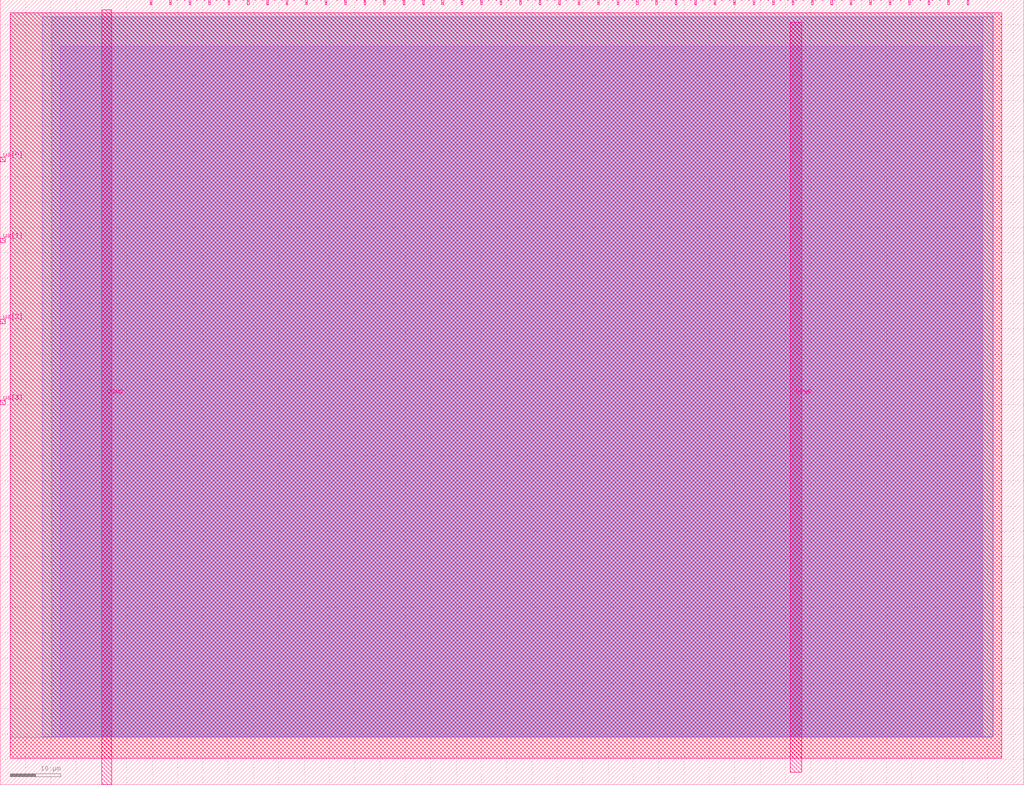
<source format=lef>
VERSION 5.7 ;
  NOWIREEXTENSIONATPIN ON ;
  DIVIDERCHAR "/" ;
  BUSBITCHARS "[]" ;
MACRO tt_um_urish_dickson_pump
  CLASS BLOCK ;
  FOREIGN tt_um_urish_dickson_pump ;
  ORIGIN 0.000 0.000 ;
  SIZE 202.080 BY 154.980 ;
  PIN clk
    ANTENNAGATEAREA 0.213200 ;
    PORT
      LAYER Metal5 ;
        RECT 187.050 153.980 187.350 154.980 ;
    END
  END clk
  PIN ena
    ANTENNAGATEAREA 0.180700 ;
    PORT
      LAYER Metal5 ;
        RECT 190.890 153.980 191.190 154.980 ;
    END
  END ena
  PIN rst_n
    ANTENNAGATEAREA 0.180700 ;
    PORT
      LAYER Metal5 ;
        RECT 183.210 153.980 183.510 154.980 ;
    END
  END rst_n
  PIN ui_in[0]
    ANTENNAGATEAREA 0.213200 ;
    PORT
      LAYER Metal5 ;
        RECT 179.370 153.980 179.670 154.980 ;
    END
  END ui_in[0]
  PIN ui_in[1]
    ANTENNAGATEAREA 0.213200 ;
    PORT
      LAYER Metal5 ;
        RECT 175.530 153.980 175.830 154.980 ;
    END
  END ui_in[1]
  PIN ui_in[2]
    ANTENNAGATEAREA 0.213200 ;
    PORT
      LAYER Metal5 ;
        RECT 171.690 153.980 171.990 154.980 ;
    END
  END ui_in[2]
  PIN ui_in[3]
    ANTENNAGATEAREA 0.213200 ;
    PORT
      LAYER Metal5 ;
        RECT 167.850 153.980 168.150 154.980 ;
    END
  END ui_in[3]
  PIN ui_in[4]
    ANTENNAGATEAREA 0.213200 ;
    PORT
      LAYER Metal5 ;
        RECT 164.010 153.980 164.310 154.980 ;
    END
  END ui_in[4]
  PIN ui_in[5]
    ANTENNAGATEAREA 0.213200 ;
    PORT
      LAYER Metal5 ;
        RECT 160.170 153.980 160.470 154.980 ;
    END
  END ui_in[5]
  PIN ui_in[6]
    ANTENNAGATEAREA 0.213200 ;
    PORT
      LAYER Metal5 ;
        RECT 156.330 153.980 156.630 154.980 ;
    END
  END ui_in[6]
  PIN ui_in[7]
    ANTENNAGATEAREA 0.213200 ;
    PORT
      LAYER Metal5 ;
        RECT 152.490 153.980 152.790 154.980 ;
    END
  END ui_in[7]
  PIN uio_in[0]
    PORT
      LAYER Metal5 ;
        RECT 148.650 153.980 148.950 154.980 ;
    END
  END uio_in[0]
  PIN uio_in[1]
    PORT
      LAYER Metal5 ;
        RECT 144.810 153.980 145.110 154.980 ;
    END
  END uio_in[1]
  PIN uio_in[2]
    PORT
      LAYER Metal5 ;
        RECT 140.970 153.980 141.270 154.980 ;
    END
  END uio_in[2]
  PIN uio_in[3]
    PORT
      LAYER Metal5 ;
        RECT 137.130 153.980 137.430 154.980 ;
    END
  END uio_in[3]
  PIN uio_in[4]
    PORT
      LAYER Metal5 ;
        RECT 133.290 153.980 133.590 154.980 ;
    END
  END uio_in[4]
  PIN uio_in[5]
    PORT
      LAYER Metal5 ;
        RECT 129.450 153.980 129.750 154.980 ;
    END
  END uio_in[5]
  PIN uio_in[6]
    PORT
      LAYER Metal5 ;
        RECT 125.610 153.980 125.910 154.980 ;
    END
  END uio_in[6]
  PIN uio_in[7]
    PORT
      LAYER Metal5 ;
        RECT 121.770 153.980 122.070 154.980 ;
    END
  END uio_in[7]
  PIN uio_oe[0]
    ANTENNADIFFAREA 0.392700 ;
    PORT
      LAYER Metal5 ;
        RECT 56.490 153.980 56.790 154.980 ;
    END
  END uio_oe[0]
  PIN uio_oe[1]
    ANTENNADIFFAREA 0.392700 ;
    PORT
      LAYER Metal5 ;
        RECT 52.650 153.980 52.950 154.980 ;
    END
  END uio_oe[1]
  PIN uio_oe[2]
    ANTENNAGATEAREA 738.000000 ;
    ANTENNADIFFAREA 1919.281006 ;
    PORT
      LAYER Metal5 ;
        RECT 48.810 153.980 49.110 154.980 ;
    END
  END uio_oe[2]
  PIN uio_oe[3]
    ANTENNAGATEAREA 738.000000 ;
    ANTENNADIFFAREA 1919.281006 ;
    PORT
      LAYER Metal5 ;
        RECT 44.970 153.980 45.270 154.980 ;
    END
  END uio_oe[3]
  PIN uio_oe[4]
    ANTENNAGATEAREA 738.000000 ;
    ANTENNADIFFAREA 1919.281006 ;
    PORT
      LAYER Metal5 ;
        RECT 41.130 153.980 41.430 154.980 ;
    END
  END uio_oe[4]
  PIN uio_oe[5]
    ANTENNAGATEAREA 738.000000 ;
    ANTENNADIFFAREA 1919.281006 ;
    PORT
      LAYER Metal5 ;
        RECT 37.290 153.980 37.590 154.980 ;
    END
  END uio_oe[5]
  PIN uio_oe[6]
    ANTENNAGATEAREA 738.000000 ;
    ANTENNADIFFAREA 1919.281006 ;
    PORT
      LAYER Metal5 ;
        RECT 33.450 153.980 33.750 154.980 ;
    END
  END uio_oe[6]
  PIN uio_oe[7]
    ANTENNAGATEAREA 738.000000 ;
    ANTENNADIFFAREA 1919.281006 ;
    PORT
      LAYER Metal5 ;
        RECT 29.610 153.980 29.910 154.980 ;
    END
  END uio_oe[7]
  PIN uio_out[0]
    ANTENNAGATEAREA 0.480500 ;
    ANTENNADIFFAREA 0.988000 ;
    PORT
      LAYER Metal5 ;
        RECT 87.210 153.980 87.510 154.980 ;
    END
  END uio_out[0]
  PIN uio_out[1]
    ANTENNAGATEAREA 0.722300 ;
    ANTENNADIFFAREA 0.988000 ;
    PORT
      LAYER Metal5 ;
        RECT 83.370 153.980 83.670 154.980 ;
    END
  END uio_out[1]
  PIN uio_out[2]
    ANTENNADIFFAREA 0.299200 ;
    PORT
      LAYER Metal5 ;
        RECT 79.530 153.980 79.830 154.980 ;
    END
  END uio_out[2]
  PIN uio_out[3]
    ANTENNADIFFAREA 0.299200 ;
    PORT
      LAYER Metal5 ;
        RECT 75.690 153.980 75.990 154.980 ;
    END
  END uio_out[3]
  PIN uio_out[4]
    ANTENNADIFFAREA 0.299200 ;
    PORT
      LAYER Metal5 ;
        RECT 71.850 153.980 72.150 154.980 ;
    END
  END uio_out[4]
  PIN uio_out[5]
    ANTENNADIFFAREA 0.299200 ;
    PORT
      LAYER Metal5 ;
        RECT 68.010 153.980 68.310 154.980 ;
    END
  END uio_out[5]
  PIN uio_out[6]
    ANTENNADIFFAREA 0.299200 ;
    PORT
      LAYER Metal5 ;
        RECT 64.170 153.980 64.470 154.980 ;
    END
  END uio_out[6]
  PIN uio_out[7]
    ANTENNADIFFAREA 0.299200 ;
    PORT
      LAYER Metal5 ;
        RECT 60.330 153.980 60.630 154.980 ;
    END
  END uio_out[7]
  PIN uo_out[0]
    ANTENNAGATEAREA 0.725400 ;
    ANTENNADIFFAREA 0.988000 ;
    PORT
      LAYER Metal5 ;
        RECT 117.930 153.980 118.230 154.980 ;
    END
  END uo_out[0]
  PIN uo_out[1]
    ANTENNAGATEAREA 0.725400 ;
    ANTENNADIFFAREA 0.988000 ;
    PORT
      LAYER Metal5 ;
        RECT 114.090 153.980 114.390 154.980 ;
    END
  END uo_out[1]
  PIN uo_out[2]
    ANTENNAGATEAREA 0.213200 ;
    ANTENNADIFFAREA 0.988000 ;
    PORT
      LAYER Metal5 ;
        RECT 110.250 153.980 110.550 154.980 ;
    END
  END uo_out[2]
  PIN uo_out[3]
    ANTENNADIFFAREA 0.733200 ;
    PORT
      LAYER Metal5 ;
        RECT 106.410 153.980 106.710 154.980 ;
    END
  END uo_out[3]
  PIN uo_out[4]
    ANTENNAGATEAREA 0.725400 ;
    ANTENNADIFFAREA 0.988000 ;
    PORT
      LAYER Metal5 ;
        RECT 102.570 153.980 102.870 154.980 ;
    END
  END uo_out[4]
  PIN uo_out[5]
    ANTENNAGATEAREA 0.725400 ;
    ANTENNADIFFAREA 0.988000 ;
    PORT
      LAYER Metal5 ;
        RECT 98.730 153.980 99.030 154.980 ;
    END
  END uo_out[5]
  PIN uo_out[6]
    ANTENNAGATEAREA 0.213200 ;
    ANTENNADIFFAREA 0.988000 ;
    PORT
      LAYER Metal5 ;
        RECT 94.890 153.980 95.190 154.980 ;
    END
  END uo_out[6]
  PIN uo_out[7]
    ANTENNADIFFAREA 1.039100 ;
    PORT
      LAYER Metal5 ;
        RECT 91.050 153.980 91.350 154.980 ;
    END
  END uo_out[7]
  PIN ua[0]
    PORT
      LAYER Metal5 ;
        RECT 0.000 122.980 1.000 123.880 ;
    END
  END ua[0]
  PIN ua[1]
    PORT
      LAYER Metal5 ;
        RECT 0.000 106.980 1.000 107.880 ;
    END
  END ua[1]
  PIN ua[2]
    PORT
      LAYER Metal5 ;
        RECT 0.000 90.980 1.000 91.880 ;
    END
  END ua[2]
  PIN ua[3]
    PORT
      LAYER Metal5 ;
        RECT 0.000 74.980 1.000 75.880 ;
    END
  END ua[3]
  PIN VGND
    ANTENNAGATEAREA 738.000000 ;
    ANTENNADIFFAREA 1919.281006 ;
    PORT
      LAYER Metal5 ;
        RECT 20.000 0.000 22.000 152.980 ;
    END
  END VGND
  PIN VPWR
    ANTENNAGATEAREA 309.959991 ;
    ANTENNADIFFAREA 2405.385254 ;
    PORT
      LAYER Metal5 ;
        RECT 156.000 2.490 158.200 150.490 ;
    END
  END VPWR
  OBS
      LAYER GatPoly ;
        RECT 11.810 9.410 193.970 145.790 ;
      LAYER Metal1 ;
        RECT 10.130 9.340 193.970 151.610 ;
      LAYER Metal2 ;
        RECT 8.300 9.460 196.035 151.610 ;
      LAYER Metal3 ;
        RECT 2.005 9.415 195.990 152.395 ;
      LAYER Metal4 ;
        RECT 1.960 5.270 197.710 152.370 ;
      LAYER Metal5 ;
        RECT 1.960 5.270 197.710 152.370 ;
  END
END tt_um_urish_dickson_pump
END LIBRARY

</source>
